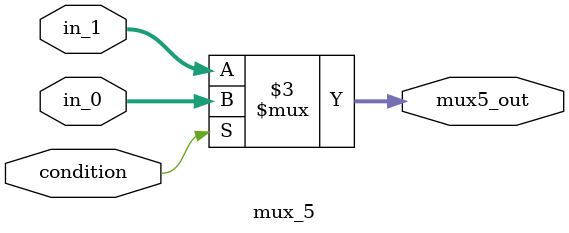
<source format=v>
`timescale 1ns/1ns

module mux_5(

	input condition,
	input [31:0] in_0,
	input [31:0] in_1,

	output reg [31:0] mux5_out
);


always @*
begin
	if (condition)

		mux5_out <= in_0;

	else

		mux5_out <= in_1;
end
endmodule

</source>
